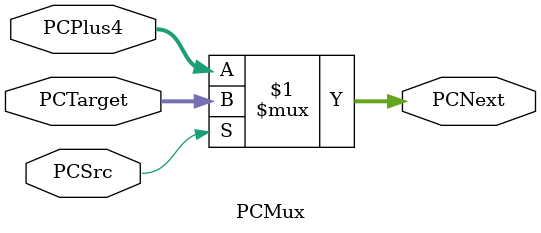
<source format=v>
module PCMux (
  input  [31:0] PCPlus4, PCTarget,
  input  PCSrc,
  output [31:0] PCNext
);
  assign PCNext = PCSrc ? PCTarget : PCPlus4;
endmodule

</source>
